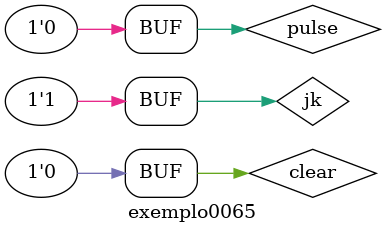
<source format=v>

`include "flip_flop_jk_ass.v"

module cont_ass_cre(output [4:0]saida, input pulse, input jk, input clear);

wire q;
reg preset = 0;

// Chamada dos flip - flops
flip_flop_jk_ass ffjk5(q, saida[0], jk, jk, pulse, clear, preset);
flip_flop_jk_ass ffjk4(q, saida[1], jk, jk, saida[0], clear, preset);
flip_flop_jk_ass ffjk3(q, saida[2], jk, jk, saida[1], clear, preset);
flip_flop_jk_ass ffjk2(q, saida[3], jk, jk, saida[2], clear, preset);
flip_flop_jk_ass ffjk1(q, saida[4], jk, jk, saida[3], clear, preset);

endmodule //cont_ass_cre

// ----------------
// Exemplo0065
// ----------------
module exemplo0065;

// ---------------- Definir dados
 reg pulse, jk, clear;
 wire [4:0]saida;
 
// ---------------- Instância

cont_ass_cre cac1(saida, pulse, jk, clear);


 // ---------------- Preparação
 initial begin: start
  pulse = 1'b0;
  jk = 1'b0;
  clear = 1'b1;
 end

// ----------------- Parte principal
 initial begin: main
  $display("Exemplo0065 - Josemar Alves Caetano - 448662.");
  $display("Teste Contador assíncrono crescente.\n");

  $monitor("Saida: %b",saida);

   #1 clear = 0; jk = 1;
   #1 pulse = 1;
   #1 pulse = 0; 
   #1 pulse = 1;
   #1 pulse = 0;
   #1 pulse = 1;
   #1 pulse = 0; 
   #1 pulse = 1;
   #1 pulse = 0;
   #1 pulse = 1;
   #1 pulse = 0; 
   #1 pulse = 1;
   #1 pulse = 0;
   #1 pulse = 1;
   #1 pulse = 0; 
   #1 pulse = 1;
   #1 pulse = 0;
   #1 pulse = 1;
   #1 pulse = 0; 
   #1 pulse = 1;
   #1 pulse = 0;
   #1 pulse = 1;
   #1 pulse = 0; 
   #1 pulse = 1;
   #1 pulse = 0;
   #1 pulse = 1;
   #1 pulse = 0; 
   #1 pulse = 1;
   #1 pulse = 0;
   #1 pulse = 1;
   #1 pulse = 0; 
   #1 pulse = 1;
   #1 pulse = 0;
   #1 pulse = 1;
   #1 pulse = 0;
   #1 pulse = 1;
   #1 pulse = 0; 
   #1 pulse = 1;
   #1 pulse = 0;
   #1 pulse = 1;
   #1 pulse = 0; 
   #1 pulse = 1;
   #1 pulse = 0;
   #1 pulse = 1;
   #1 pulse = 0; 
   #1 pulse = 1;
   #1 pulse = 0;
   #1 pulse = 1;
   #1 pulse = 0; 
   #1 pulse = 1;
   #1 pulse = 0;
   #1 pulse = 1;
   #1 pulse = 0; 
   #1 pulse = 1;
   #1 pulse = 0;
   #1 pulse = 1;
   #1 pulse = 0; 
   #1 pulse = 1;
   #1 pulse = 0;
   #1 pulse = 1;
   #1 pulse = 0; 
   #1 pulse = 1;
   #1 pulse = 0;
   #1 pulse = 1;
   #1 pulse = 0;



end

endmodule //exemplo0065



</source>
